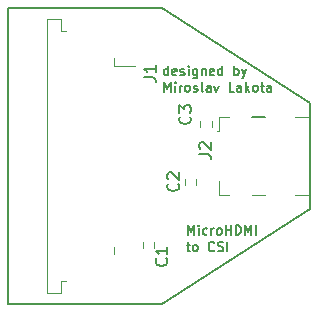
<source format=gbr>
%TF.GenerationSoftware,KiCad,Pcbnew,4.0.7*%
%TF.CreationDate,2018-04-08T16:57:24+02:00*%
%TF.ProjectId,HDMI to CSI,48444D4920746F204353492E6B696361,rev?*%
%TF.FileFunction,Legend,Top*%
%FSLAX46Y46*%
G04 Gerber Fmt 4.6, Leading zero omitted, Abs format (unit mm)*
G04 Created by KiCad (PCBNEW 4.0.7) date 04/08/18 16:57:24*
%MOMM*%
%LPD*%
G01*
G04 APERTURE LIST*
%ADD10C,0.150000*%
%ADD11C,0.200000*%
%ADD12C,0.120000*%
G04 APERTURE END LIST*
D10*
D11*
X142190476Y-106661905D02*
X142190476Y-105861905D01*
X142457143Y-106433333D01*
X142723810Y-105861905D01*
X142723810Y-106661905D01*
X143104762Y-106661905D02*
X143104762Y-106128571D01*
X143104762Y-105861905D02*
X143066667Y-105900000D01*
X143104762Y-105938095D01*
X143142857Y-105900000D01*
X143104762Y-105861905D01*
X143104762Y-105938095D01*
X143828571Y-106623810D02*
X143752381Y-106661905D01*
X143600000Y-106661905D01*
X143523809Y-106623810D01*
X143485714Y-106585714D01*
X143447619Y-106509524D01*
X143447619Y-106280952D01*
X143485714Y-106204762D01*
X143523809Y-106166667D01*
X143600000Y-106128571D01*
X143752381Y-106128571D01*
X143828571Y-106166667D01*
X144171428Y-106661905D02*
X144171428Y-106128571D01*
X144171428Y-106280952D02*
X144209523Y-106204762D01*
X144247619Y-106166667D01*
X144323809Y-106128571D01*
X144400000Y-106128571D01*
X144780952Y-106661905D02*
X144704761Y-106623810D01*
X144666666Y-106585714D01*
X144628571Y-106509524D01*
X144628571Y-106280952D01*
X144666666Y-106204762D01*
X144704761Y-106166667D01*
X144780952Y-106128571D01*
X144895238Y-106128571D01*
X144971428Y-106166667D01*
X145009523Y-106204762D01*
X145047619Y-106280952D01*
X145047619Y-106509524D01*
X145009523Y-106585714D01*
X144971428Y-106623810D01*
X144895238Y-106661905D01*
X144780952Y-106661905D01*
X145390476Y-106661905D02*
X145390476Y-105861905D01*
X145390476Y-106242857D02*
X145847619Y-106242857D01*
X145847619Y-106661905D02*
X145847619Y-105861905D01*
X146228571Y-106661905D02*
X146228571Y-105861905D01*
X146419047Y-105861905D01*
X146533333Y-105900000D01*
X146609524Y-105976190D01*
X146647619Y-106052381D01*
X146685714Y-106204762D01*
X146685714Y-106319048D01*
X146647619Y-106471429D01*
X146609524Y-106547619D01*
X146533333Y-106623810D01*
X146419047Y-106661905D01*
X146228571Y-106661905D01*
X147028571Y-106661905D02*
X147028571Y-105861905D01*
X147295238Y-106433333D01*
X147561905Y-105861905D01*
X147561905Y-106661905D01*
X147942857Y-106661905D02*
X147942857Y-105861905D01*
X142076190Y-107528571D02*
X142380952Y-107528571D01*
X142190476Y-107261905D02*
X142190476Y-107947619D01*
X142228571Y-108023810D01*
X142304762Y-108061905D01*
X142380952Y-108061905D01*
X142761905Y-108061905D02*
X142685714Y-108023810D01*
X142647619Y-107985714D01*
X142609524Y-107909524D01*
X142609524Y-107680952D01*
X142647619Y-107604762D01*
X142685714Y-107566667D01*
X142761905Y-107528571D01*
X142876191Y-107528571D01*
X142952381Y-107566667D01*
X142990476Y-107604762D01*
X143028572Y-107680952D01*
X143028572Y-107909524D01*
X142990476Y-107985714D01*
X142952381Y-108023810D01*
X142876191Y-108061905D01*
X142761905Y-108061905D01*
X144438096Y-107985714D02*
X144400001Y-108023810D01*
X144285715Y-108061905D01*
X144209525Y-108061905D01*
X144095239Y-108023810D01*
X144019048Y-107947619D01*
X143980953Y-107871429D01*
X143942858Y-107719048D01*
X143942858Y-107604762D01*
X143980953Y-107452381D01*
X144019048Y-107376190D01*
X144095239Y-107300000D01*
X144209525Y-107261905D01*
X144285715Y-107261905D01*
X144400001Y-107300000D01*
X144438096Y-107338095D01*
X144742858Y-108023810D02*
X144857144Y-108061905D01*
X145047620Y-108061905D01*
X145123810Y-108023810D01*
X145161906Y-107985714D01*
X145200001Y-107909524D01*
X145200001Y-107833333D01*
X145161906Y-107757143D01*
X145123810Y-107719048D01*
X145047620Y-107680952D01*
X144895239Y-107642857D01*
X144819048Y-107604762D01*
X144780953Y-107566667D01*
X144742858Y-107490476D01*
X144742858Y-107414286D01*
X144780953Y-107338095D01*
X144819048Y-107300000D01*
X144895239Y-107261905D01*
X145085715Y-107261905D01*
X145200001Y-107300000D01*
X145542858Y-108061905D02*
X145542858Y-107261905D01*
X140533333Y-93161905D02*
X140533333Y-92361905D01*
X140533333Y-93123810D02*
X140457143Y-93161905D01*
X140304762Y-93161905D01*
X140228571Y-93123810D01*
X140190476Y-93085714D01*
X140152381Y-93009524D01*
X140152381Y-92780952D01*
X140190476Y-92704762D01*
X140228571Y-92666667D01*
X140304762Y-92628571D01*
X140457143Y-92628571D01*
X140533333Y-92666667D01*
X141219048Y-93123810D02*
X141142858Y-93161905D01*
X140990477Y-93161905D01*
X140914286Y-93123810D01*
X140876191Y-93047619D01*
X140876191Y-92742857D01*
X140914286Y-92666667D01*
X140990477Y-92628571D01*
X141142858Y-92628571D01*
X141219048Y-92666667D01*
X141257143Y-92742857D01*
X141257143Y-92819048D01*
X140876191Y-92895238D01*
X141561905Y-93123810D02*
X141638095Y-93161905D01*
X141790476Y-93161905D01*
X141866667Y-93123810D01*
X141904762Y-93047619D01*
X141904762Y-93009524D01*
X141866667Y-92933333D01*
X141790476Y-92895238D01*
X141676191Y-92895238D01*
X141600000Y-92857143D01*
X141561905Y-92780952D01*
X141561905Y-92742857D01*
X141600000Y-92666667D01*
X141676191Y-92628571D01*
X141790476Y-92628571D01*
X141866667Y-92666667D01*
X142247619Y-93161905D02*
X142247619Y-92628571D01*
X142247619Y-92361905D02*
X142209524Y-92400000D01*
X142247619Y-92438095D01*
X142285714Y-92400000D01*
X142247619Y-92361905D01*
X142247619Y-92438095D01*
X142971428Y-92628571D02*
X142971428Y-93276190D01*
X142933333Y-93352381D01*
X142895238Y-93390476D01*
X142819047Y-93428571D01*
X142704762Y-93428571D01*
X142628571Y-93390476D01*
X142971428Y-93123810D02*
X142895238Y-93161905D01*
X142742857Y-93161905D01*
X142666666Y-93123810D01*
X142628571Y-93085714D01*
X142590476Y-93009524D01*
X142590476Y-92780952D01*
X142628571Y-92704762D01*
X142666666Y-92666667D01*
X142742857Y-92628571D01*
X142895238Y-92628571D01*
X142971428Y-92666667D01*
X143352381Y-92628571D02*
X143352381Y-93161905D01*
X143352381Y-92704762D02*
X143390476Y-92666667D01*
X143466667Y-92628571D01*
X143580953Y-92628571D01*
X143657143Y-92666667D01*
X143695238Y-92742857D01*
X143695238Y-93161905D01*
X144380953Y-93123810D02*
X144304763Y-93161905D01*
X144152382Y-93161905D01*
X144076191Y-93123810D01*
X144038096Y-93047619D01*
X144038096Y-92742857D01*
X144076191Y-92666667D01*
X144152382Y-92628571D01*
X144304763Y-92628571D01*
X144380953Y-92666667D01*
X144419048Y-92742857D01*
X144419048Y-92819048D01*
X144038096Y-92895238D01*
X145104762Y-93161905D02*
X145104762Y-92361905D01*
X145104762Y-93123810D02*
X145028572Y-93161905D01*
X144876191Y-93161905D01*
X144800000Y-93123810D01*
X144761905Y-93085714D01*
X144723810Y-93009524D01*
X144723810Y-92780952D01*
X144761905Y-92704762D01*
X144800000Y-92666667D01*
X144876191Y-92628571D01*
X145028572Y-92628571D01*
X145104762Y-92666667D01*
X146095239Y-93161905D02*
X146095239Y-92361905D01*
X146095239Y-92666667D02*
X146171430Y-92628571D01*
X146323811Y-92628571D01*
X146400001Y-92666667D01*
X146438096Y-92704762D01*
X146476192Y-92780952D01*
X146476192Y-93009524D01*
X146438096Y-93085714D01*
X146400001Y-93123810D01*
X146323811Y-93161905D01*
X146171430Y-93161905D01*
X146095239Y-93123810D01*
X146742859Y-92628571D02*
X146933335Y-93161905D01*
X147123811Y-92628571D02*
X146933335Y-93161905D01*
X146857144Y-93352381D01*
X146819049Y-93390476D01*
X146742859Y-93428571D01*
X140190476Y-94561905D02*
X140190476Y-93761905D01*
X140457143Y-94333333D01*
X140723810Y-93761905D01*
X140723810Y-94561905D01*
X141104762Y-94561905D02*
X141104762Y-94028571D01*
X141104762Y-93761905D02*
X141066667Y-93800000D01*
X141104762Y-93838095D01*
X141142857Y-93800000D01*
X141104762Y-93761905D01*
X141104762Y-93838095D01*
X141485714Y-94561905D02*
X141485714Y-94028571D01*
X141485714Y-94180952D02*
X141523809Y-94104762D01*
X141561905Y-94066667D01*
X141638095Y-94028571D01*
X141714286Y-94028571D01*
X142095238Y-94561905D02*
X142019047Y-94523810D01*
X141980952Y-94485714D01*
X141942857Y-94409524D01*
X141942857Y-94180952D01*
X141980952Y-94104762D01*
X142019047Y-94066667D01*
X142095238Y-94028571D01*
X142209524Y-94028571D01*
X142285714Y-94066667D01*
X142323809Y-94104762D01*
X142361905Y-94180952D01*
X142361905Y-94409524D01*
X142323809Y-94485714D01*
X142285714Y-94523810D01*
X142209524Y-94561905D01*
X142095238Y-94561905D01*
X142666667Y-94523810D02*
X142742857Y-94561905D01*
X142895238Y-94561905D01*
X142971429Y-94523810D01*
X143009524Y-94447619D01*
X143009524Y-94409524D01*
X142971429Y-94333333D01*
X142895238Y-94295238D01*
X142780953Y-94295238D01*
X142704762Y-94257143D01*
X142666667Y-94180952D01*
X142666667Y-94142857D01*
X142704762Y-94066667D01*
X142780953Y-94028571D01*
X142895238Y-94028571D01*
X142971429Y-94066667D01*
X143466667Y-94561905D02*
X143390476Y-94523810D01*
X143352381Y-94447619D01*
X143352381Y-93761905D01*
X144114286Y-94561905D02*
X144114286Y-94142857D01*
X144076191Y-94066667D01*
X144000001Y-94028571D01*
X143847620Y-94028571D01*
X143771429Y-94066667D01*
X144114286Y-94523810D02*
X144038096Y-94561905D01*
X143847620Y-94561905D01*
X143771429Y-94523810D01*
X143733334Y-94447619D01*
X143733334Y-94371429D01*
X143771429Y-94295238D01*
X143847620Y-94257143D01*
X144038096Y-94257143D01*
X144114286Y-94219048D01*
X144419049Y-94028571D02*
X144609525Y-94561905D01*
X144800001Y-94028571D01*
X146095240Y-94561905D02*
X145714287Y-94561905D01*
X145714287Y-93761905D01*
X146704763Y-94561905D02*
X146704763Y-94142857D01*
X146666668Y-94066667D01*
X146590478Y-94028571D01*
X146438097Y-94028571D01*
X146361906Y-94066667D01*
X146704763Y-94523810D02*
X146628573Y-94561905D01*
X146438097Y-94561905D01*
X146361906Y-94523810D01*
X146323811Y-94447619D01*
X146323811Y-94371429D01*
X146361906Y-94295238D01*
X146438097Y-94257143D01*
X146628573Y-94257143D01*
X146704763Y-94219048D01*
X147085716Y-94561905D02*
X147085716Y-93761905D01*
X147161907Y-94257143D02*
X147390478Y-94561905D01*
X147390478Y-94028571D02*
X147085716Y-94333333D01*
X147847621Y-94561905D02*
X147771430Y-94523810D01*
X147733335Y-94485714D01*
X147695240Y-94409524D01*
X147695240Y-94180952D01*
X147733335Y-94104762D01*
X147771430Y-94066667D01*
X147847621Y-94028571D01*
X147961907Y-94028571D01*
X148038097Y-94066667D01*
X148076192Y-94104762D01*
X148114288Y-94180952D01*
X148114288Y-94409524D01*
X148076192Y-94485714D01*
X148038097Y-94523810D01*
X147961907Y-94561905D01*
X147847621Y-94561905D01*
X148342859Y-94028571D02*
X148647621Y-94028571D01*
X148457145Y-93761905D02*
X148457145Y-94447619D01*
X148495240Y-94523810D01*
X148571431Y-94561905D01*
X148647621Y-94561905D01*
X149257145Y-94561905D02*
X149257145Y-94142857D01*
X149219050Y-94066667D01*
X149142860Y-94028571D01*
X148990479Y-94028571D01*
X148914288Y-94066667D01*
X149257145Y-94523810D02*
X149180955Y-94561905D01*
X148990479Y-94561905D01*
X148914288Y-94523810D01*
X148876193Y-94447619D01*
X148876193Y-94371429D01*
X148914288Y-94295238D01*
X148990479Y-94257143D01*
X149180955Y-94257143D01*
X149257145Y-94219048D01*
D10*
X152500000Y-104500000D02*
X140000000Y-112500000D01*
X152500000Y-95500000D02*
X152500000Y-104500000D01*
X140000000Y-87500000D02*
X152500000Y-95500000D01*
X127000000Y-87500000D02*
X140000000Y-87500000D01*
X127000000Y-112500000D02*
X140000000Y-112500000D01*
X127000000Y-87500000D02*
X127000000Y-112500000D01*
D12*
X139345000Y-107775000D02*
X139345000Y-107275000D01*
X138405000Y-107275000D02*
X138405000Y-107775000D01*
X141955000Y-101925000D02*
X141955000Y-102425000D01*
X142895000Y-102425000D02*
X142895000Y-101925000D01*
X143255000Y-97000000D02*
X143255000Y-97500000D01*
X144195000Y-97500000D02*
X144195000Y-97000000D01*
X131840000Y-110555000D02*
X131410000Y-110555000D01*
X131410000Y-110555000D02*
X131410000Y-111580000D01*
X131410000Y-111580000D02*
X130280000Y-111580000D01*
X130280000Y-111580000D02*
X130280000Y-88420000D01*
X130280000Y-88420000D02*
X131410000Y-88420000D01*
X131410000Y-88420000D02*
X131410000Y-89445000D01*
X131410000Y-89445000D02*
X131840000Y-89445000D01*
X135920000Y-91710000D02*
X135920000Y-92335000D01*
X135920000Y-92335000D02*
X137720000Y-92335000D01*
X135920000Y-107665000D02*
X135920000Y-108290000D01*
X152460000Y-103310000D02*
X152460000Y-96690000D01*
X151300000Y-96690000D02*
X152460000Y-96690000D01*
D10*
X147600000Y-96690000D02*
X148700000Y-96690000D01*
D12*
X144840000Y-96690000D02*
X145650000Y-96690000D01*
X144840000Y-103310000D02*
X144840000Y-102150000D01*
X145650000Y-103310000D02*
X144840000Y-103310000D01*
X148700000Y-103310000D02*
X147600000Y-103310000D01*
X152460000Y-103310000D02*
X151300000Y-103310000D01*
X144840000Y-97850000D02*
X144840000Y-96690000D01*
X144840000Y-97850000D02*
X144640000Y-97850000D01*
D10*
X140357143Y-108666666D02*
X140404762Y-108714285D01*
X140452381Y-108857142D01*
X140452381Y-108952380D01*
X140404762Y-109095238D01*
X140309524Y-109190476D01*
X140214286Y-109238095D01*
X140023810Y-109285714D01*
X139880952Y-109285714D01*
X139690476Y-109238095D01*
X139595238Y-109190476D01*
X139500000Y-109095238D01*
X139452381Y-108952380D01*
X139452381Y-108857142D01*
X139500000Y-108714285D01*
X139547619Y-108666666D01*
X140452381Y-107714285D02*
X140452381Y-108285714D01*
X140452381Y-108000000D02*
X139452381Y-108000000D01*
X139595238Y-108095238D01*
X139690476Y-108190476D01*
X139738095Y-108285714D01*
X141357143Y-102341666D02*
X141404762Y-102389285D01*
X141452381Y-102532142D01*
X141452381Y-102627380D01*
X141404762Y-102770238D01*
X141309524Y-102865476D01*
X141214286Y-102913095D01*
X141023810Y-102960714D01*
X140880952Y-102960714D01*
X140690476Y-102913095D01*
X140595238Y-102865476D01*
X140500000Y-102770238D01*
X140452381Y-102627380D01*
X140452381Y-102532142D01*
X140500000Y-102389285D01*
X140547619Y-102341666D01*
X140547619Y-101960714D02*
X140500000Y-101913095D01*
X140452381Y-101817857D01*
X140452381Y-101579761D01*
X140500000Y-101484523D01*
X140547619Y-101436904D01*
X140642857Y-101389285D01*
X140738095Y-101389285D01*
X140880952Y-101436904D01*
X141452381Y-102008333D01*
X141452381Y-101389285D01*
X142357143Y-96666666D02*
X142404762Y-96714285D01*
X142452381Y-96857142D01*
X142452381Y-96952380D01*
X142404762Y-97095238D01*
X142309524Y-97190476D01*
X142214286Y-97238095D01*
X142023810Y-97285714D01*
X141880952Y-97285714D01*
X141690476Y-97238095D01*
X141595238Y-97190476D01*
X141500000Y-97095238D01*
X141452381Y-96952380D01*
X141452381Y-96857142D01*
X141500000Y-96714285D01*
X141547619Y-96666666D01*
X141452381Y-96333333D02*
X141452381Y-95714285D01*
X141833333Y-96047619D01*
X141833333Y-95904761D01*
X141880952Y-95809523D01*
X141928571Y-95761904D01*
X142023810Y-95714285D01*
X142261905Y-95714285D01*
X142357143Y-95761904D01*
X142404762Y-95809523D01*
X142452381Y-95904761D01*
X142452381Y-96190476D01*
X142404762Y-96285714D01*
X142357143Y-96333333D01*
X138452381Y-93333333D02*
X139166667Y-93333333D01*
X139309524Y-93380953D01*
X139404762Y-93476191D01*
X139452381Y-93619048D01*
X139452381Y-93714286D01*
X139452381Y-92333333D02*
X139452381Y-92904762D01*
X139452381Y-92619048D02*
X138452381Y-92619048D01*
X138595238Y-92714286D01*
X138690476Y-92809524D01*
X138738095Y-92904762D01*
X143152381Y-99833333D02*
X143866667Y-99833333D01*
X144009524Y-99880953D01*
X144104762Y-99976191D01*
X144152381Y-100119048D01*
X144152381Y-100214286D01*
X143247619Y-99404762D02*
X143200000Y-99357143D01*
X143152381Y-99261905D01*
X143152381Y-99023809D01*
X143200000Y-98928571D01*
X143247619Y-98880952D01*
X143342857Y-98833333D01*
X143438095Y-98833333D01*
X143580952Y-98880952D01*
X144152381Y-99452381D01*
X144152381Y-98833333D01*
M02*

</source>
